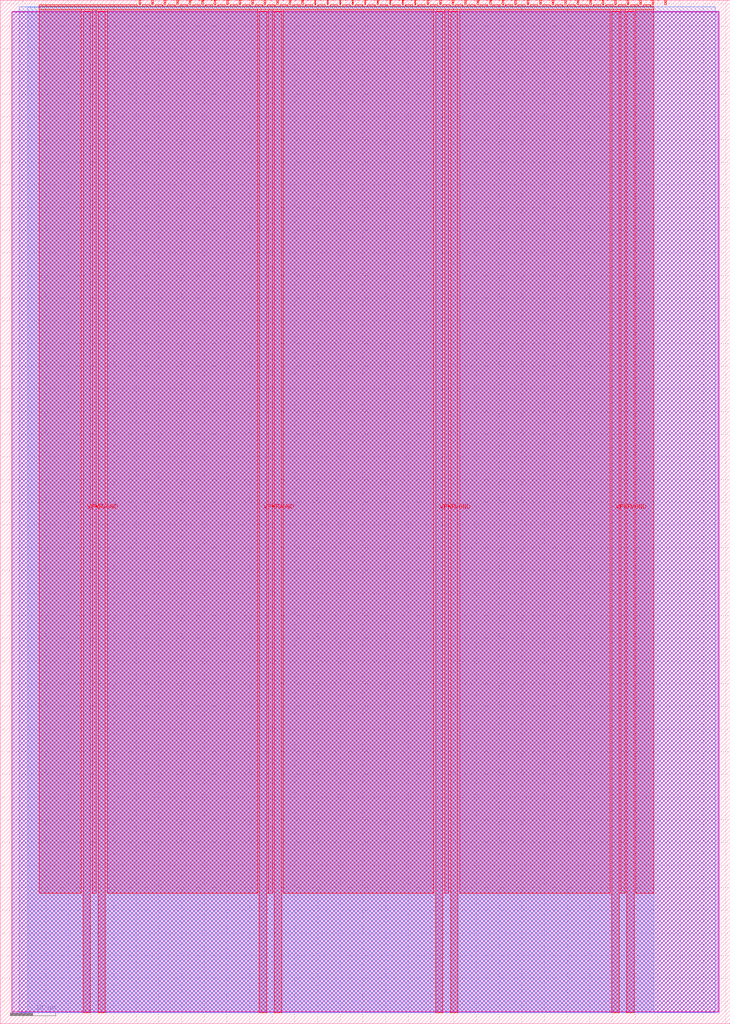
<source format=lef>
VERSION 5.7 ;
  NOWIREEXTENSIONATPIN ON ;
  DIVIDERCHAR "/" ;
  BUSBITCHARS "[]" ;
MACRO tt_um_sleepwell
  CLASS BLOCK ;
  FOREIGN tt_um_sleepwell ;
  ORIGIN 0.000 0.000 ;
  SIZE 161.000 BY 225.760 ;
  PIN VGND
    DIRECTION INOUT ;
    USE GROUND ;
    PORT
      LAYER met4 ;
        RECT 21.580 2.480 23.180 223.280 ;
    END
    PORT
      LAYER met4 ;
        RECT 60.450 2.480 62.050 223.280 ;
    END
    PORT
      LAYER met4 ;
        RECT 99.320 2.480 100.920 223.280 ;
    END
    PORT
      LAYER met4 ;
        RECT 138.190 2.480 139.790 223.280 ;
    END
  END VGND
  PIN VPWR
    DIRECTION INOUT ;
    USE POWER ;
    PORT
      LAYER met4 ;
        RECT 18.280 2.480 19.880 223.280 ;
    END
    PORT
      LAYER met4 ;
        RECT 57.150 2.480 58.750 223.280 ;
    END
    PORT
      LAYER met4 ;
        RECT 96.020 2.480 97.620 223.280 ;
    END
    PORT
      LAYER met4 ;
        RECT 134.890 2.480 136.490 223.280 ;
    END
  END VPWR
  PIN clk
    DIRECTION INPUT ;
    USE SIGNAL ;
    ANTENNAGATEAREA 0.852000 ;
    PORT
      LAYER met4 ;
        RECT 143.830 224.760 144.130 225.760 ;
    END
  END clk
  PIN ena
    DIRECTION INPUT ;
    USE SIGNAL ;
    PORT
      LAYER met4 ;
        RECT 146.590 224.760 146.890 225.760 ;
    END
  END ena
  PIN rst_n
    DIRECTION INPUT ;
    USE SIGNAL ;
    ANTENNAGATEAREA 0.213000 ;
    PORT
      LAYER met4 ;
        RECT 141.070 224.760 141.370 225.760 ;
    END
  END rst_n
  PIN ui_in[0]
    DIRECTION INPUT ;
    USE SIGNAL ;
    PORT
      LAYER met4 ;
        RECT 138.310 224.760 138.610 225.760 ;
    END
  END ui_in[0]
  PIN ui_in[1]
    DIRECTION INPUT ;
    USE SIGNAL ;
    PORT
      LAYER met4 ;
        RECT 135.550 224.760 135.850 225.760 ;
    END
  END ui_in[1]
  PIN ui_in[2]
    DIRECTION INPUT ;
    USE SIGNAL ;
    PORT
      LAYER met4 ;
        RECT 132.790 224.760 133.090 225.760 ;
    END
  END ui_in[2]
  PIN ui_in[3]
    DIRECTION INPUT ;
    USE SIGNAL ;
    PORT
      LAYER met4 ;
        RECT 130.030 224.760 130.330 225.760 ;
    END
  END ui_in[3]
  PIN ui_in[4]
    DIRECTION INPUT ;
    USE SIGNAL ;
    PORT
      LAYER met4 ;
        RECT 127.270 224.760 127.570 225.760 ;
    END
  END ui_in[4]
  PIN ui_in[5]
    DIRECTION INPUT ;
    USE SIGNAL ;
    PORT
      LAYER met4 ;
        RECT 124.510 224.760 124.810 225.760 ;
    END
  END ui_in[5]
  PIN ui_in[6]
    DIRECTION INPUT ;
    USE SIGNAL ;
    PORT
      LAYER met4 ;
        RECT 121.750 224.760 122.050 225.760 ;
    END
  END ui_in[6]
  PIN ui_in[7]
    DIRECTION INPUT ;
    USE SIGNAL ;
    PORT
      LAYER met4 ;
        RECT 118.990 224.760 119.290 225.760 ;
    END
  END ui_in[7]
  PIN uio_in[0]
    DIRECTION INPUT ;
    USE SIGNAL ;
    PORT
      LAYER met4 ;
        RECT 116.230 224.760 116.530 225.760 ;
    END
  END uio_in[0]
  PIN uio_in[1]
    DIRECTION INPUT ;
    USE SIGNAL ;
    PORT
      LAYER met4 ;
        RECT 113.470 224.760 113.770 225.760 ;
    END
  END uio_in[1]
  PIN uio_in[2]
    DIRECTION INPUT ;
    USE SIGNAL ;
    PORT
      LAYER met4 ;
        RECT 110.710 224.760 111.010 225.760 ;
    END
  END uio_in[2]
  PIN uio_in[3]
    DIRECTION INPUT ;
    USE SIGNAL ;
    PORT
      LAYER met4 ;
        RECT 107.950 224.760 108.250 225.760 ;
    END
  END uio_in[3]
  PIN uio_in[4]
    DIRECTION INPUT ;
    USE SIGNAL ;
    PORT
      LAYER met4 ;
        RECT 105.190 224.760 105.490 225.760 ;
    END
  END uio_in[4]
  PIN uio_in[5]
    DIRECTION INPUT ;
    USE SIGNAL ;
    PORT
      LAYER met4 ;
        RECT 102.430 224.760 102.730 225.760 ;
    END
  END uio_in[5]
  PIN uio_in[6]
    DIRECTION INPUT ;
    USE SIGNAL ;
    PORT
      LAYER met4 ;
        RECT 99.670 224.760 99.970 225.760 ;
    END
  END uio_in[6]
  PIN uio_in[7]
    DIRECTION INPUT ;
    USE SIGNAL ;
    PORT
      LAYER met4 ;
        RECT 96.910 224.760 97.210 225.760 ;
    END
  END uio_in[7]
  PIN uio_oe[0]
    DIRECTION OUTPUT ;
    USE SIGNAL ;
    PORT
      LAYER met4 ;
        RECT 49.990 224.760 50.290 225.760 ;
    END
  END uio_oe[0]
  PIN uio_oe[1]
    DIRECTION OUTPUT ;
    USE SIGNAL ;
    PORT
      LAYER met4 ;
        RECT 47.230 224.760 47.530 225.760 ;
    END
  END uio_oe[1]
  PIN uio_oe[2]
    DIRECTION OUTPUT ;
    USE SIGNAL ;
    PORT
      LAYER met4 ;
        RECT 44.470 224.760 44.770 225.760 ;
    END
  END uio_oe[2]
  PIN uio_oe[3]
    DIRECTION OUTPUT ;
    USE SIGNAL ;
    PORT
      LAYER met4 ;
        RECT 41.710 224.760 42.010 225.760 ;
    END
  END uio_oe[3]
  PIN uio_oe[4]
    DIRECTION OUTPUT ;
    USE SIGNAL ;
    PORT
      LAYER met4 ;
        RECT 38.950 224.760 39.250 225.760 ;
    END
  END uio_oe[4]
  PIN uio_oe[5]
    DIRECTION OUTPUT ;
    USE SIGNAL ;
    PORT
      LAYER met4 ;
        RECT 36.190 224.760 36.490 225.760 ;
    END
  END uio_oe[5]
  PIN uio_oe[6]
    DIRECTION OUTPUT ;
    USE SIGNAL ;
    PORT
      LAYER met4 ;
        RECT 33.430 224.760 33.730 225.760 ;
    END
  END uio_oe[6]
  PIN uio_oe[7]
    DIRECTION OUTPUT ;
    USE SIGNAL ;
    PORT
      LAYER met4 ;
        RECT 30.670 224.760 30.970 225.760 ;
    END
  END uio_oe[7]
  PIN uio_out[0]
    DIRECTION OUTPUT ;
    USE SIGNAL ;
    PORT
      LAYER met4 ;
        RECT 72.070 224.760 72.370 225.760 ;
    END
  END uio_out[0]
  PIN uio_out[1]
    DIRECTION OUTPUT ;
    USE SIGNAL ;
    PORT
      LAYER met4 ;
        RECT 69.310 224.760 69.610 225.760 ;
    END
  END uio_out[1]
  PIN uio_out[2]
    DIRECTION OUTPUT ;
    USE SIGNAL ;
    PORT
      LAYER met4 ;
        RECT 66.550 224.760 66.850 225.760 ;
    END
  END uio_out[2]
  PIN uio_out[3]
    DIRECTION OUTPUT ;
    USE SIGNAL ;
    PORT
      LAYER met4 ;
        RECT 63.790 224.760 64.090 225.760 ;
    END
  END uio_out[3]
  PIN uio_out[4]
    DIRECTION OUTPUT ;
    USE SIGNAL ;
    PORT
      LAYER met4 ;
        RECT 61.030 224.760 61.330 225.760 ;
    END
  END uio_out[4]
  PIN uio_out[5]
    DIRECTION OUTPUT ;
    USE SIGNAL ;
    PORT
      LAYER met4 ;
        RECT 58.270 224.760 58.570 225.760 ;
    END
  END uio_out[5]
  PIN uio_out[6]
    DIRECTION OUTPUT ;
    USE SIGNAL ;
    PORT
      LAYER met4 ;
        RECT 55.510 224.760 55.810 225.760 ;
    END
  END uio_out[6]
  PIN uio_out[7]
    DIRECTION OUTPUT ;
    USE SIGNAL ;
    PORT
      LAYER met4 ;
        RECT 52.750 224.760 53.050 225.760 ;
    END
  END uio_out[7]
  PIN uo_out[0]
    DIRECTION OUTPUT ;
    USE SIGNAL ;
    ANTENNADIFFAREA 1.336500 ;
    PORT
      LAYER met4 ;
        RECT 94.150 224.760 94.450 225.760 ;
    END
  END uo_out[0]
  PIN uo_out[1]
    DIRECTION OUTPUT ;
    USE SIGNAL ;
    ANTENNAGATEAREA 0.495000 ;
    ANTENNADIFFAREA 1.484000 ;
    PORT
      LAYER met4 ;
        RECT 91.390 224.760 91.690 225.760 ;
    END
  END uo_out[1]
  PIN uo_out[2]
    DIRECTION OUTPUT ;
    USE SIGNAL ;
    ANTENNADIFFAREA 0.934000 ;
    PORT
      LAYER met4 ;
        RECT 88.630 224.760 88.930 225.760 ;
    END
  END uo_out[2]
  PIN uo_out[3]
    DIRECTION OUTPUT ;
    USE SIGNAL ;
    ANTENNADIFFAREA 0.795200 ;
    PORT
      LAYER met4 ;
        RECT 85.870 224.760 86.170 225.760 ;
    END
  END uo_out[3]
  PIN uo_out[4]
    DIRECTION OUTPUT ;
    USE SIGNAL ;
    ANTENNADIFFAREA 0.891000 ;
    PORT
      LAYER met4 ;
        RECT 83.110 224.760 83.410 225.760 ;
    END
  END uo_out[4]
  PIN uo_out[5]
    DIRECTION OUTPUT ;
    USE SIGNAL ;
    ANTENNADIFFAREA 0.911000 ;
    PORT
      LAYER met4 ;
        RECT 80.350 224.760 80.650 225.760 ;
    END
  END uo_out[5]
  PIN uo_out[6]
    DIRECTION OUTPUT ;
    USE SIGNAL ;
    ANTENNADIFFAREA 0.643500 ;
    PORT
      LAYER met4 ;
        RECT 77.590 224.760 77.890 225.760 ;
    END
  END uo_out[6]
  PIN uo_out[7]
    DIRECTION OUTPUT ;
    USE SIGNAL ;
    ANTENNADIFFAREA 0.445500 ;
    PORT
      LAYER met4 ;
        RECT 74.830 224.760 75.130 225.760 ;
    END
  END uo_out[7]
  OBS
      LAYER nwell ;
        RECT 2.570 2.635 158.430 223.230 ;
      LAYER li1 ;
        RECT 2.760 2.635 158.240 223.125 ;
      LAYER met1 ;
        RECT 2.760 2.480 158.540 223.280 ;
      LAYER met2 ;
        RECT 4.240 2.535 157.680 224.245 ;
      LAYER met3 ;
        RECT 6.045 2.555 144.170 224.225 ;
      LAYER met4 ;
        RECT 8.575 224.360 30.270 224.760 ;
        RECT 31.370 224.360 33.030 224.760 ;
        RECT 34.130 224.360 35.790 224.760 ;
        RECT 36.890 224.360 38.550 224.760 ;
        RECT 39.650 224.360 41.310 224.760 ;
        RECT 42.410 224.360 44.070 224.760 ;
        RECT 45.170 224.360 46.830 224.760 ;
        RECT 47.930 224.360 49.590 224.760 ;
        RECT 50.690 224.360 52.350 224.760 ;
        RECT 53.450 224.360 55.110 224.760 ;
        RECT 56.210 224.360 57.870 224.760 ;
        RECT 58.970 224.360 60.630 224.760 ;
        RECT 61.730 224.360 63.390 224.760 ;
        RECT 64.490 224.360 66.150 224.760 ;
        RECT 67.250 224.360 68.910 224.760 ;
        RECT 70.010 224.360 71.670 224.760 ;
        RECT 72.770 224.360 74.430 224.760 ;
        RECT 75.530 224.360 77.190 224.760 ;
        RECT 78.290 224.360 79.950 224.760 ;
        RECT 81.050 224.360 82.710 224.760 ;
        RECT 83.810 224.360 85.470 224.760 ;
        RECT 86.570 224.360 88.230 224.760 ;
        RECT 89.330 224.360 90.990 224.760 ;
        RECT 92.090 224.360 93.750 224.760 ;
        RECT 94.850 224.360 96.510 224.760 ;
        RECT 97.610 224.360 99.270 224.760 ;
        RECT 100.370 224.360 102.030 224.760 ;
        RECT 103.130 224.360 104.790 224.760 ;
        RECT 105.890 224.360 107.550 224.760 ;
        RECT 108.650 224.360 110.310 224.760 ;
        RECT 111.410 224.360 113.070 224.760 ;
        RECT 114.170 224.360 115.830 224.760 ;
        RECT 116.930 224.360 118.590 224.760 ;
        RECT 119.690 224.360 121.350 224.760 ;
        RECT 122.450 224.360 124.110 224.760 ;
        RECT 125.210 224.360 126.870 224.760 ;
        RECT 127.970 224.360 129.630 224.760 ;
        RECT 130.730 224.360 132.390 224.760 ;
        RECT 133.490 224.360 135.150 224.760 ;
        RECT 136.250 224.360 137.910 224.760 ;
        RECT 139.010 224.360 140.670 224.760 ;
        RECT 141.770 224.360 143.430 224.760 ;
        RECT 8.575 223.680 144.145 224.360 ;
        RECT 8.575 28.735 17.880 223.680 ;
        RECT 20.280 28.735 21.180 223.680 ;
        RECT 23.580 28.735 56.750 223.680 ;
        RECT 59.150 28.735 60.050 223.680 ;
        RECT 62.450 28.735 95.620 223.680 ;
        RECT 98.020 28.735 98.920 223.680 ;
        RECT 101.320 28.735 134.490 223.680 ;
        RECT 136.890 28.735 137.790 223.680 ;
        RECT 140.190 28.735 144.145 223.680 ;
  END
END tt_um_sleepwell
END LIBRARY


</source>
